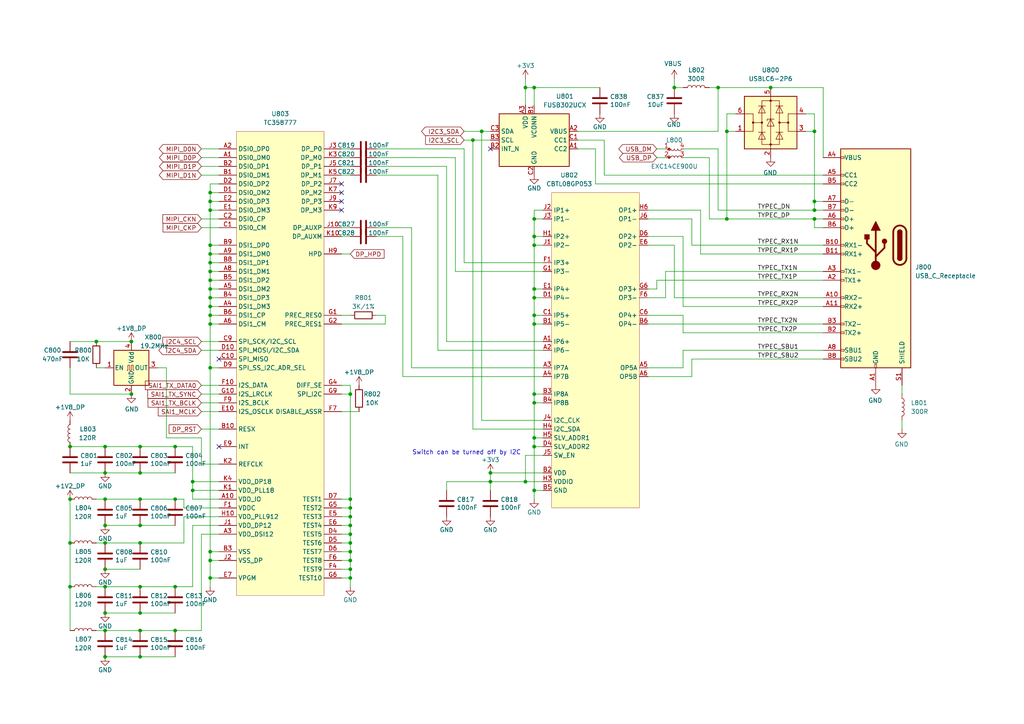
<source format=kicad_sch>
(kicad_sch (version 20210126) (generator eeschema)
  (paper "A4")
  (title_block (title "Fobu") (date "2021-02-17") (rev "0.3") (company "Wenting Zhang") (comment 1 "zephray@outlook.com"))
  (lib_symbols
    (symbol "Connector:USB_C_Receptacle" (pin_names (offset 1.016))
      (property "Reference" "J" (at -10.16 29.21 0))
      (property "Value" "USB_C_Receptacle" (at 10.16 29.21 0))
      (symbol "USB_C_Receptacle_1_1"
        (pin passive line (at 0 -40.64 90) (length 5.08) (name "GND") (number "A1"))
        (pin bidirectional line (at 15.24 -15.24 180) (length 5.08) (name "RX2-") (number "A10"))
        (pin bidirectional line (at 15.24 -17.78 180) (length 5.08) (name "RX2+") (number "A11"))
        (pin passive line (at 0 -40.64 90) (length 5.08) hide (name "GND") (number "A12"))
        (pin bidirectional line (at 15.24 -10.16 180) (length 5.08) (name "TX1+") (number "A2"))
        (pin bidirectional line (at 15.24 -7.62 180) (length 5.08) (name "TX1-") (number "A3"))
        (pin passive line (at 15.24 25.4 180) (length 5.08) (name "VBUS") (number "A4"))
        (pin bidirectional line (at 15.24 20.32 180) (length 5.08) (name "CC1") (number "A5"))
        (pin bidirectional line (at 15.24 7.62 180) (length 5.08) (name "D+") (number "A6"))
        (pin bidirectional line (at 15.24 12.7 180) (length 5.08) (name "D-") (number "A7"))
        (pin bidirectional line (at 15.24 -30.48 180) (length 5.08) (name "SBU1") (number "A8"))
        (pin passive line (at 15.24 25.4 180) (length 5.08) hide (name "VBUS") (number "A9"))
        (pin passive line (at 0 -40.64 90) (length 5.08) hide (name "GND") (number "B1"))
        (pin bidirectional line (at 15.24 0 180) (length 5.08) (name "RX1-") (number "B10"))
        (pin bidirectional line (at 15.24 -2.54 180) (length 5.08) (name "RX1+") (number "B11"))
        (pin passive line (at 0 -40.64 90) (length 5.08) hide (name "GND") (number "B12"))
        (pin bidirectional line (at 15.24 -25.4 180) (length 5.08) (name "TX2+") (number "B2"))
        (pin bidirectional line (at 15.24 -22.86 180) (length 5.08) (name "TX2-") (number "B3"))
        (pin passive line (at 15.24 25.4 180) (length 5.08) hide (name "VBUS") (number "B4"))
        (pin bidirectional line (at 15.24 17.78 180) (length 5.08) (name "CC2") (number "B5"))
        (pin bidirectional line (at 15.24 5.08 180) (length 5.08) (name "D+") (number "B6"))
        (pin bidirectional line (at 15.24 10.16 180) (length 5.08) (name "D-") (number "B7"))
        (pin bidirectional line (at 15.24 -33.02 180) (length 5.08) (name "SBU2") (number "B8"))
        (pin passive line (at 15.24 25.4 180) (length 5.08) hide (name "VBUS") (number "B9"))
        (pin passive line (at -7.62 -40.64 90) (length 5.08) (name "SHIELD") (number "S1"))
      )
    )
    (symbol "Device:C" (pin_numbers hide) (pin_names (offset 0.254))
      (property "Reference" "C" (at 0.635 2.54 0))
      (property "Value" "C" (at 0.635 -2.54 0))
      (symbol "C_1_1"
        (pin passive line (at 0 3.81 270) (length 2.794) (name "~") (number "1"))
        (pin passive line (at 0 -3.81 90) (length 2.794) (name "~") (number "2"))
      )
    )
    (symbol "Device:L" (pin_numbers hide) (pin_names (offset 1.016) hide)
      (property "Reference" "L" (at -1.27 0 90))
      (property "Value" "L" (at 1.905 0 90))
      (symbol "L_1_1"
        (pin passive line (at 0 3.81 270) (length 1.27) (name "1") (number "1"))
        (pin passive line (at 0 -3.81 90) (length 1.27) (name "2") (number "2"))
      )
    )
    (symbol "Device:L_Coupled_Small_1423" (pin_names (offset 0.254) hide)
      (property "Reference" "L" (at 0 3.175 0))
      (property "Value" "L_Coupled_Small_1423" (at 0 -3.175 0))
      (symbol "L_Coupled_Small_1423_1_1"
        (pin passive line (at -2.54 1.27 0) (length 0.508) (name "1") (number "1"))
        (pin passive line (at -2.54 -1.27 0) (length 0.508) (name "2") (number "2"))
        (pin passive line (at 2.54 -1.27 180) (length 0.508) (name "3") (number "3"))
        (pin passive line (at 2.54 1.27 180) (length 0.508) (name "4") (number "4"))
      )
    )
    (symbol "Device:R" (pin_numbers hide) (pin_names (offset 0))
      (property "Reference" "R" (at 2.032 0 90))
      (property "Value" "R" (at 0 0 90))
      (symbol "R_1_1"
        (pin passive line (at 0 3.81 270) (length 1.27) (name "~") (number "1"))
        (pin passive line (at 0 -3.81 90) (length 1.27) (name "~") (number "2"))
      )
    )
    (symbol "Oscillator:ASE-xxxMHz" (pin_names (offset 0.254))
      (property "Reference" "X" (at -5.08 6.35 0))
      (property "Value" "ASE-xxxMHz" (at 1.27 -6.35 0))
      (symbol "ASE-xxxMHz_1_1"
        (pin input line (at -7.62 0 0) (length 2.54) (name "EN") (number "1"))
        (pin power_in line (at 0 -7.62 90) (length 2.54) (name "GND") (number "2"))
        (pin output line (at 7.62 0 180) (length 2.54) (name "OUT") (number "3"))
        (pin power_in line (at 0 7.62 270) (length 2.54) (name "Vdd") (number "4"))
      )
    )
    (symbol "Power_Protection:USBLC6-2P6" (pin_names hide)
      (property "Reference" "U" (at 2.54 8.89 0))
      (property "Value" "USBLC6-2P6" (at 2.54 -8.89 0))
      (symbol "USBLC6-2P6_1_1"
        (pin passive line (at -10.16 -2.54 0) (length 2.54) (name "I/O1") (number "1"))
        (pin passive line (at 0 -10.16 90) (length 2.54) (name "GND") (number "2"))
        (pin passive line (at 10.16 -2.54 180) (length 2.54) (name "I/O2") (number "3"))
        (pin passive line (at 10.16 2.54 180) (length 2.54) (name "I/O2") (number "4"))
        (pin passive line (at 0 10.16 270) (length 2.54) (name "VBUS") (number "5"))
        (pin passive line (at -10.16 2.54 0) (length 2.54) (name "I/O1") (number "6"))
      )
    )
    (symbol "power:+3V3" (power) (pin_names (offset 0))
      (property "Value" "+3V3" (at 0 3.556 0))
      (symbol "+3V3_1_1"
        (pin power_in line (at 0 0 90) (length 0) hide (name "+3V3") (number "1"))
      )
    )
    (symbol "power:GND" (power) (pin_names (offset 0))
      (property "Value" "GND" (at 0 -3.81 0))
      (symbol "GND_1_1"
        (pin power_in line (at 0 0 270) (length 0) hide (name "GND") (number "1"))
      )
    )
    (symbol "power:VBUS" (power) (pin_names (offset 0))
      (property "Value" "VBUS" (at 0 3.81 0))
      (symbol "VBUS_1_1"
        (pin power_in line (at 0 0 90) (length 0) hide (name "VBUS") (number "1"))
      )
    )
    (symbol "symbols:+1V2_DP" (power) (pin_names (offset 0))
      (property "Value" "+1V2_DP" (at 0 3.556 0))
      (symbol "+1V2_DP_1_1"
        (pin power_in line (at 0 0 90) (length 0) hide (name "+1V2_DP") (number "1"))
      )
    )
    (symbol "symbols:+1V8_DP" (power) (pin_names (offset 0))
      (property "Value" "+1V8_DP" (at 0 3.556 0))
      (symbol "+1V8_DP_1_1"
        (pin power_in line (at 0 0 90) (length 0) hide (name "+1V8_DP") (number "1"))
      )
    )
    (symbol "symbols:CBTL08GP053"
      (property "Reference" "U" (at 0 0 0))
      (property "Value" "CBTL08GP053" (at 0 -2.54 0))
      (symbol "CBTL08GP053_1_1"
        (pin input line (at -15.24 -10.16 0) (length 2.54) (name "IP1+") (number "J2"))
        (pin input line (at -15.24 -12.7 0) (length 2.54) (name "IP1-") (number "J3"))
        (pin input line (at -15.24 -17.78 0) (length 2.54) (name "IP2+") (number "H1"))
        (pin input line (at -15.24 -20.32 0) (length 2.54) (name "IP2-") (number "J1"))
        (pin input line (at -15.24 -25.4 0) (length 2.54) (name "IP3+") (number "F1"))
        (pin input line (at -15.24 -27.94 0) (length 2.54) (name "IP3-") (number "G1"))
        (pin input line (at -15.24 -33.02 0) (length 2.54) (name "IP4+") (number "E1"))
        (pin input line (at -15.24 -35.56 0) (length 2.54) (name "IP4-") (number "D1"))
        (pin input line (at -15.24 -40.64 0) (length 2.54) (name "IP5+") (number "C1"))
        (pin input line (at -15.24 -43.18 0) (length 2.54) (name "IP5-") (number "B1"))
        (pin input line (at -15.24 -48.26 0) (length 2.54) (name "IP6+") (number "A1"))
        (pin input line (at -15.24 -50.8 0) (length 2.54) (name "IP6-") (number "A2"))
        (pin input line (at 15.24 -10.16 180) (length 2.54) (name "OP1+") (number "H6"))
        (pin input line (at 15.24 -12.7 180) (length 2.54) (name "OP1-") (number "J6"))
        (pin input line (at 15.24 -17.78 180) (length 2.54) (name "OP2+") (number "D6"))
        (pin input line (at 15.24 -20.32 180) (length 2.54) (name "OP2-") (number "E6"))
        (pin input line (at 15.24 -33.02 180) (length 2.54) (name "OP3+") (number "G6"))
        (pin input line (at 15.24 -35.56 180) (length 2.54) (name "OP3-") (number "F6"))
        (pin input line (at 15.24 -40.64 180) (length 2.54) (name "OP4+") (number "C6"))
        (pin input line (at 15.24 -43.18 180) (length 2.54) (name "OP4-") (number "B6"))
        (pin input line (at -15.24 -55.88 0) (length 2.54) (name "IP7A") (number "A3"))
        (pin input line (at -15.24 -58.42 0) (length 2.54) (name "IP7B") (number "A4"))
        (pin input line (at -15.24 -63.5 0) (length 2.54) (name "IP8A") (number "B3"))
        (pin input line (at -15.24 -66.04 0) (length 2.54) (name "IP8B") (number "B4"))
        (pin input line (at 15.24 -55.88 180) (length 2.54) (name "OP5A") (number "A5"))
        (pin input line (at 15.24 -58.42 180) (length 2.54) (name "OP5B") (number "A6"))
        (pin input line (at -15.24 -71.12 0) (length 2.54) (name "I2C_CLK") (number "J4"))
        (pin input line (at -15.24 -73.66 0) (length 2.54) (name "I2C_SDA") (number "H4"))
        (pin input line (at -15.24 -76.2 0) (length 2.54) (name "SLV_ADDR1") (number "H5"))
        (pin input line (at -15.24 -78.74 0) (length 2.54) (name "SLV_ADDR2") (number "D4"))
        (pin input line (at -15.24 -81.28 0) (length 2.54) (name "SW_EN") (number "J5"))
        (pin input line (at -15.24 -86.36 0) (length 2.54) (name "VDD") (number "B2"))
        (pin input line (at -15.24 -88.9 0) (length 2.54) (name "VDDIO") (number "H3"))
        (pin input line (at -15.24 -91.44 0) (length 2.54) (name "GND") (number "B5"))
        (pin input line (at -15.24 -86.36 0) (length 2.54) hide (name "VDD") (number "E3"))
        (pin input line (at -15.24 -88.9 0) (length 2.54) hide (name "VDDIO") (number "E4"))
        (pin input line (at -15.24 -91.44 0) (length 2.54) hide (name "GND") (number "D3"))
        (pin input line (at -15.24 -91.44 0) (length 2.54) hide (name "GND") (number "F3"))
        (pin input line (at -15.24 -91.44 0) (length 2.54) hide (name "GND") (number "F4"))
        (pin input line (at -15.24 -91.44 0) (length 2.54) hide (name "GND") (number "H2"))
      )
    )
    (symbol "symbols:FUSB302UCX"
      (property "Reference" "U" (at -10.16 8.89 0))
      (property "Value" "FUSB302UCX" (at 3.81 8.89 0))
      (symbol "FUSB302UCX_1_1"
        (pin bidirectional line (at 12.7 -2.54 180) (length 2.54) (name "CC2") (number "A1"))
        (pin bidirectional line (at 12.7 0 180) (length 2.54) (name "CC1") (number "C1"))
        (pin power_in line (at 0 10.16 270) (length 2.54) (name "VCONN") (number "B1"))
        (pin input line (at 12.7 2.54 180) (length 2.54) (name "VBUS") (number "A2"))
        (pin power_in line (at -2.54 10.16 270) (length 2.54) (name "VDD") (number "A3"))
        (pin open_collector line (at -12.7 -2.54 0) (length 2.54) (name "INT_N") (number "B2"))
        (pin input line (at -12.7 0 0) (length 2.54) (name "SCL") (number "B3"))
        (pin bidirectional line (at -12.7 2.54 0) (length 2.54) (name "SDA") (number "C3"))
        (pin power_in line (at 0 -10.16 90) (length 2.54) (name "GND") (number "C2"))
      )
    )
    (symbol "symbols:TC358777"
      (property "Reference" "U" (at 0 0 0))
      (property "Value" "TC358777" (at 0 -2.54 0))
      (symbol "TC358777_1_1"
        (pin input line (at -17.78 -10.16 0) (length 5.08) (name "DSI0_DP0") (number "A2"))
        (pin input line (at -17.78 -12.7 0) (length 5.08) (name "DSI0_DM0") (number "A1"))
        (pin input line (at -17.78 -17.78 0) (length 5.08) (name "DSI0_DM1") (number "B1"))
        (pin input line (at -17.78 -22.86 0) (length 5.08) (name "DSI0_DM2") (number "D1"))
        (pin input line (at -17.78 -27.94 0) (length 5.08) (name "DSI0_DM3") (number "E1"))
        (pin input line (at -17.78 -15.24 0) (length 5.08) (name "DSI0_DP1") (number "B2"))
        (pin input line (at -17.78 -20.32 0) (length 5.08) (name "DSI0_DP2") (number "D2"))
        (pin input line (at -17.78 -25.4 0) (length 5.08) (name "DSI0_DP3") (number "E2"))
        (pin input line (at -17.78 -30.48 0) (length 5.08) (name "DSI0_CP") (number "C2"))
        (pin input line (at -17.78 -33.02 0) (length 5.08) (name "DSI0_CM") (number "C1"))
        (pin input line (at -17.78 -38.1 0) (length 5.08) (name "DSI1_DP0") (number "B9"))
        (pin input line (at -17.78 -43.18 0) (length 5.08) (name "DSI1_DP1") (number "B8"))
        (pin input line (at -17.78 -48.26 0) (length 5.08) (name "DSI1_DP2") (number "B5"))
        (pin input line (at -17.78 -53.34 0) (length 5.08) (name "DSI1_DP3") (number "B4"))
        (pin input line (at -17.78 -40.64 0) (length 5.08) (name "DSI1_DM0") (number "A9"))
        (pin input line (at -17.78 -45.72 0) (length 5.08) (name "DSI1_DM1") (number "A8"))
        (pin input line (at -17.78 -50.8 0) (length 5.08) (name "DSI1_DM2") (number "A5"))
        (pin input line (at -17.78 -55.88 0) (length 5.08) (name "DSI1_DM3") (number "A4"))
        (pin input line (at -17.78 -58.42 0) (length 5.08) (name "DSI1_CP") (number "B6"))
        (pin input line (at -17.78 -60.96 0) (length 5.08) (name "DSI1_CM") (number "A6"))
        (pin input line (at -17.78 -66.04 0) (length 5.08) (name "SPI_SCK/I2C_SCL") (number "C9"))
        (pin input line (at -17.78 -68.58 0) (length 5.08) (name "SPI_MOSI/I2C_SDA") (number "D10"))
        (pin input line (at -17.78 -71.12 0) (length 5.08) (name "SPI_MISO") (number "C10"))
        (pin input line (at -17.78 -73.66 0) (length 5.08) (name "SPI_SS_I2C_ADR_SEL") (number "D9"))
        (pin input line (at -17.78 -78.74 0) (length 5.08) (name "I2S_DATA") (number "F10"))
        (pin input line (at -17.78 -81.28 0) (length 5.08) (name "I2S_LRCLK") (number "G10"))
        (pin input line (at -17.78 -83.82 0) (length 5.08) (name "I2S_BCLK") (number "F9"))
        (pin input line (at -17.78 -86.36 0) (length 5.08) (name "I2S_OSCLK") (number "E10"))
        (pin input line (at -17.78 -91.44 0) (length 5.08) (name "RESX") (number "B10"))
        (pin input line (at -17.78 -96.52 0) (length 5.08) (name "INT") (number "E9"))
        (pin input line (at -17.78 -101.6 0) (length 5.08) (name "REFCLK") (number "K2"))
        (pin input line (at -17.78 -106.68 0) (length 5.08) (name "VDD_DP18") (number "K4"))
        (pin input line (at -17.78 -106.68 0) (length 5.08) hide (name "VDD_DP18") (number "K8"))
        (pin input line (at -17.78 -109.22 0) (length 5.08) (name "VDD_PLL18") (number "K1"))
        (pin input line (at -17.78 -111.76 0) (length 5.08) (name "VDD_IO") (number "A10"))
        (pin input line (at -17.78 -114.3 0) (length 5.08) (name "VDDC") (number "F1"))
        (pin input line (at -17.78 -114.3 0) (length 5.08) hide (name "VDDC") (number "H1"))
        (pin input line (at -17.78 -116.84 0) (length 5.08) (name "VDD_PLL912") (number "H10"))
        (pin input line (at -17.78 -119.38 0) (length 5.08) (name "VDD_DP12") (number "J1"))
        (pin input line (at -17.78 -119.38 0) (length 5.08) hide (name "VDD_DP12") (number "K6"))
        (pin input line (at -17.78 -121.92 0) (length 5.08) (name "VDD_DSI12") (number "A3"))
        (pin input line (at -17.78 -121.92 0) (length 5.08) hide (name "VDD_DSI12") (number "A7"))
        (pin input line (at -17.78 -127 0) (length 5.08) (name "VSS") (number "B3"))
        (pin input line (at -17.78 -127 0) (length 5.08) hide (name "VSS") (number "B7"))
        (pin input line (at -17.78 -127 0) (length 5.08) hide (name "VSS") (number "E4"))
        (pin input line (at -17.78 -127 0) (length 5.08) hide (name "VSS") (number "F2"))
        (pin input line (at -17.78 -127 0) (length 5.08) hide (name "VSS") (number "F5"))
        (pin input line (at -17.78 -127 0) (length 5.08) hide (name "VSS") (number "G7"))
        (pin input line (at -17.78 -127 0) (length 5.08) hide (name "VSS") (number "H2"))
        (pin input line (at -17.78 -129.54 0) (length 5.08) (name "VSS_DP") (number "J2"))
        (pin input line (at -17.78 -129.54 0) (length 5.08) hide (name "VSS_DP") (number "J6"))
        (pin input line (at -17.78 -129.54 0) (length 5.08) hide (name "VSS_DP") (number "J4"))
        (pin input line (at -17.78 -129.54 0) (length 5.08) hide (name "VSS_DP") (number "J8"))
        (pin input line (at -17.78 -134.62 0) (length 5.08) (name "VPGM") (number "E7"))
        (pin input line (at 17.78 -10.16 180) (length 5.08) (name "DP_P0") (number "J3"))
        (pin input line (at 17.78 -15.24 180) (length 5.08) (name "DP_P1") (number "J5"))
        (pin input line (at 17.78 -20.32 180) (length 5.08) (name "DP_P2") (number "J7"))
        (pin input line (at 17.78 -25.4 180) (length 5.08) (name "DP_P3") (number "J9"))
        (pin input line (at 17.78 -12.7 180) (length 5.08) (name "DP_M0") (number "K3"))
        (pin input line (at 17.78 -17.78 180) (length 5.08) (name "DP_M1") (number "K5"))
        (pin input line (at 17.78 -22.86 180) (length 5.08) (name "DP_M2") (number "K7"))
        (pin input line (at 17.78 -27.94 180) (length 5.08) (name "DP_M3") (number "K9"))
        (pin input line (at 17.78 -33.02 180) (length 5.08) (name "DP_AUXP") (number "J10"))
        (pin input line (at 17.78 -35.56 180) (length 5.08) (name "DP_AUXM") (number "K10"))
        (pin input line (at 17.78 -40.64 180) (length 5.08) (name "HPD") (number "H9"))
        (pin input line (at 17.78 -58.42 180) (length 5.08) (name "PREC_RES0") (number "G1"))
        (pin input line (at 17.78 -60.96 180) (length 5.08) (name "PREC_RES1") (number "G2"))
        (pin input line (at 17.78 -78.74 180) (length 5.08) (name "DIFF_SE") (number "G4"))
        (pin input line (at 17.78 -81.28 180) (length 5.08) (name "SPI_I2C") (number "G9"))
        (pin input line (at 17.78 -86.36 180) (length 5.08) (name "DISABLE_ASSR") (number "F7"))
        (pin input line (at 17.78 -111.76 180) (length 5.08) (name "TEST1") (number "D7"))
        (pin input line (at 17.78 -114.3 180) (length 5.08) (name "TEST2") (number "G5"))
        (pin input line (at 17.78 -116.84 180) (length 5.08) (name "TEST3") (number "E5"))
        (pin input line (at 17.78 -119.38 180) (length 5.08) (name "TEST4") (number "E6"))
        (pin input line (at 17.78 -121.92 180) (length 5.08) (name "TEST5") (number "D4"))
        (pin input line (at 17.78 -124.46 180) (length 5.08) (name "TEST6") (number "D5"))
        (pin input line (at 17.78 -127 180) (length 5.08) (name "TEST7") (number "D6"))
        (pin input line (at 17.78 -129.54 180) (length 5.08) (name "TEST8") (number "F6"))
        (pin input line (at 17.78 -132.08 180) (length 5.08) (name "TEST9") (number "F4"))
        (pin input line (at 17.78 -134.62 180) (length 5.08) (name "TEST10") (number "G6"))
      )
    )
  )
  (junction (at 20.32 129.54) (diameter 0.9144))
  (junction (at 20.32 144.78) (diameter 0.9144))
  (junction (at 20.32 157.48) (diameter 0.9144))
  (junction (at 20.32 170.18) (diameter 0.9144))
  (junction (at 27.94 99.06) (diameter 0.9144))
  (junction (at 30.48 129.54) (diameter 0.9144))
  (junction (at 30.48 137.16) (diameter 0.9144))
  (junction (at 30.48 144.78) (diameter 0.9144))
  (junction (at 30.48 152.4) (diameter 0.9144))
  (junction (at 30.48 157.48) (diameter 0.9144))
  (junction (at 30.48 165.1) (diameter 0.9144))
  (junction (at 30.48 170.18) (diameter 0.9144))
  (junction (at 30.48 177.8) (diameter 0.9144))
  (junction (at 30.48 182.88) (diameter 0.9144))
  (junction (at 30.48 190.5) (diameter 0.9144))
  (junction (at 38.1 99.06) (diameter 0.9144))
  (junction (at 38.1 114.3) (diameter 0.9144))
  (junction (at 40.64 129.54) (diameter 0.9144))
  (junction (at 40.64 137.16) (diameter 0.9144))
  (junction (at 40.64 144.78) (diameter 0.9144))
  (junction (at 40.64 152.4) (diameter 0.9144))
  (junction (at 40.64 157.48) (diameter 0.9144))
  (junction (at 40.64 170.18) (diameter 0.9144))
  (junction (at 40.64 177.8) (diameter 0.9144))
  (junction (at 40.64 182.88) (diameter 0.9144))
  (junction (at 40.64 190.5) (diameter 0.9144))
  (junction (at 50.8 129.54) (diameter 0.9144))
  (junction (at 50.8 144.78) (diameter 0.9144))
  (junction (at 50.8 170.18) (diameter 0.9144))
  (junction (at 50.8 182.88) (diameter 0.9144))
  (junction (at 55.88 139.7) (diameter 0.9144))
  (junction (at 55.88 142.24) (diameter 0.9144))
  (junction (at 60.96 55.88) (diameter 0.9144))
  (junction (at 60.96 58.42) (diameter 0.9144))
  (junction (at 60.96 60.96) (diameter 0.9144))
  (junction (at 60.96 71.12) (diameter 0.9144))
  (junction (at 60.96 73.66) (diameter 0.9144))
  (junction (at 60.96 76.2) (diameter 0.9144))
  (junction (at 60.96 78.74) (diameter 0.9144))
  (junction (at 60.96 81.28) (diameter 0.9144))
  (junction (at 60.96 83.82) (diameter 0.9144))
  (junction (at 60.96 86.36) (diameter 0.9144))
  (junction (at 60.96 88.9) (diameter 0.9144))
  (junction (at 60.96 91.44) (diameter 0.9144))
  (junction (at 60.96 93.98) (diameter 0.9144))
  (junction (at 60.96 106.68) (diameter 0.9144))
  (junction (at 60.96 160.02) (diameter 0.9144))
  (junction (at 60.96 162.56) (diameter 0.9144))
  (junction (at 60.96 167.64) (diameter 0.9144))
  (junction (at 101.6 114.3) (diameter 0.9144))
  (junction (at 101.6 144.78) (diameter 0.9144))
  (junction (at 101.6 147.32) (diameter 0.9144))
  (junction (at 101.6 149.86) (diameter 0.9144))
  (junction (at 101.6 152.4) (diameter 0.9144))
  (junction (at 101.6 154.94) (diameter 0.9144))
  (junction (at 101.6 157.48) (diameter 0.9144))
  (junction (at 101.6 160.02) (diameter 0.9144))
  (junction (at 101.6 162.56) (diameter 0.9144))
  (junction (at 101.6 165.1) (diameter 0.9144))
  (junction (at 101.6 167.64) (diameter 0.9144))
  (junction (at 137.16 40.64) (diameter 0.9144))
  (junction (at 139.7 38.1) (diameter 0.9144))
  (junction (at 142.24 137.16) (diameter 0.9144))
  (junction (at 142.24 139.7) (diameter 0.9144))
  (junction (at 152.4 25.4) (diameter 0.9144))
  (junction (at 152.4 139.7) (diameter 0.9144))
  (junction (at 154.94 25.4) (diameter 0.9144))
  (junction (at 154.94 63.5) (diameter 0.9144))
  (junction (at 154.94 68.58) (diameter 0.9144))
  (junction (at 154.94 71.12) (diameter 0.9144))
  (junction (at 154.94 83.82) (diameter 0.9144))
  (junction (at 154.94 86.36) (diameter 0.9144))
  (junction (at 154.94 91.44) (diameter 0.9144))
  (junction (at 154.94 93.98) (diameter 0.9144))
  (junction (at 154.94 114.3) (diameter 0.9144))
  (junction (at 154.94 116.84) (diameter 0.9144))
  (junction (at 154.94 127) (diameter 0.9144))
  (junction (at 154.94 129.54) (diameter 0.9144))
  (junction (at 154.94 142.24) (diameter 0.9144))
  (junction (at 195.58 25.4) (diameter 0.9144))
  (junction (at 208.28 25.4) (diameter 0.9144))
  (junction (at 210.82 38.1) (diameter 0.9144))
  (junction (at 210.82 63.5) (diameter 0.9144))
  (junction (at 223.52 25.4) (diameter 0.9144))
  (junction (at 236.22 38.1) (diameter 0.9144))
  (junction (at 236.22 58.42) (diameter 0.9144))
  (junction (at 236.22 60.96) (diameter 0.9144))
  (junction (at 236.22 63.5) (diameter 0.9144))
  (no_connect (at 63.5 104.14))
  (no_connect (at 63.5 129.54))
  (no_connect (at 99.06 53.34))
  (no_connect (at 99.06 55.88))
  (no_connect (at 99.06 58.42))
  (no_connect (at 99.06 60.96))
  (no_connect (at 142.24 43.18))
  (wire (pts (xy 20.32 99.06) (xy 27.94 99.06)))
  (wire (pts (xy 20.32 106.68) (xy 20.32 114.3)))
  (wire (pts (xy 20.32 114.3) (xy 38.1 114.3)))
  (wire (pts (xy 20.32 129.54) (xy 30.48 129.54)))
  (wire (pts (xy 20.32 137.16) (xy 30.48 137.16)))
  (wire (pts (xy 20.32 144.78) (xy 20.32 157.48)))
  (wire (pts (xy 20.32 157.48) (xy 20.32 170.18)))
  (wire (pts (xy 20.32 170.18) (xy 20.32 182.88)))
  (wire (pts (xy 27.94 99.06) (xy 38.1 99.06)))
  (wire (pts (xy 27.94 106.68) (xy 30.48 106.68)))
  (wire (pts (xy 27.94 144.78) (xy 30.48 144.78)))
  (wire (pts (xy 27.94 157.48) (xy 30.48 157.48)))
  (wire (pts (xy 27.94 170.18) (xy 30.48 170.18)))
  (wire (pts (xy 27.94 182.88) (xy 30.48 182.88)))
  (wire (pts (xy 30.48 129.54) (xy 40.64 129.54)))
  (wire (pts (xy 30.48 137.16) (xy 40.64 137.16)))
  (wire (pts (xy 30.48 144.78) (xy 40.64 144.78)))
  (wire (pts (xy 30.48 152.4) (xy 40.64 152.4)))
  (wire (pts (xy 30.48 157.48) (xy 40.64 157.48)))
  (wire (pts (xy 30.48 165.1) (xy 40.64 165.1)))
  (wire (pts (xy 30.48 170.18) (xy 40.64 170.18)))
  (wire (pts (xy 30.48 177.8) (xy 40.64 177.8)))
  (wire (pts (xy 30.48 182.88) (xy 40.64 182.88)))
  (wire (pts (xy 30.48 190.5) (xy 40.64 190.5)))
  (wire (pts (xy 40.64 129.54) (xy 50.8 129.54)))
  (wire (pts (xy 40.64 137.16) (xy 50.8 137.16)))
  (wire (pts (xy 40.64 144.78) (xy 50.8 144.78)))
  (wire (pts (xy 40.64 152.4) (xy 50.8 152.4)))
  (wire (pts (xy 40.64 157.48) (xy 53.34 157.48)))
  (wire (pts (xy 40.64 170.18) (xy 50.8 170.18)))
  (wire (pts (xy 40.64 177.8) (xy 50.8 177.8)))
  (wire (pts (xy 40.64 182.88) (xy 50.8 182.88)))
  (wire (pts (xy 40.64 190.5) (xy 50.8 190.5)))
  (wire (pts (xy 45.72 106.68) (xy 48.26 106.68)))
  (wire (pts (xy 48.26 106.68) (xy 48.26 127)))
  (wire (pts (xy 48.26 127) (xy 58.42 127)))
  (wire (pts (xy 53.34 144.78) (xy 50.8 144.78)))
  (wire (pts (xy 53.34 147.32) (xy 53.34 144.78)))
  (wire (pts (xy 53.34 147.32) (xy 63.5 147.32)))
  (wire (pts (xy 53.34 149.86) (xy 53.34 157.48)))
  (wire (pts (xy 53.34 149.86) (xy 63.5 149.86)))
  (wire (pts (xy 55.88 129.54) (xy 50.8 129.54)))
  (wire (pts (xy 55.88 129.54) (xy 55.88 139.7)))
  (wire (pts (xy 55.88 139.7) (xy 55.88 142.24)))
  (wire (pts (xy 55.88 139.7) (xy 63.5 139.7)))
  (wire (pts (xy 55.88 142.24) (xy 55.88 144.78)))
  (wire (pts (xy 55.88 142.24) (xy 63.5 142.24)))
  (wire (pts (xy 55.88 144.78) (xy 63.5 144.78)))
  (wire (pts (xy 55.88 152.4) (xy 55.88 170.18)))
  (wire (pts (xy 55.88 152.4) (xy 63.5 152.4)))
  (wire (pts (xy 55.88 170.18) (xy 50.8 170.18)))
  (wire (pts (xy 58.42 43.18) (xy 63.5 43.18)))
  (wire (pts (xy 58.42 45.72) (xy 63.5 45.72)))
  (wire (pts (xy 58.42 48.26) (xy 63.5 48.26)))
  (wire (pts (xy 58.42 50.8) (xy 63.5 50.8)))
  (wire (pts (xy 58.42 63.5) (xy 63.5 63.5)))
  (wire (pts (xy 58.42 66.04) (xy 63.5 66.04)))
  (wire (pts (xy 58.42 99.06) (xy 63.5 99.06)))
  (wire (pts (xy 58.42 101.6) (xy 63.5 101.6)))
  (wire (pts (xy 58.42 111.76) (xy 63.5 111.76)))
  (wire (pts (xy 58.42 114.3) (xy 63.5 114.3)))
  (wire (pts (xy 58.42 116.84) (xy 63.5 116.84)))
  (wire (pts (xy 58.42 119.38) (xy 63.5 119.38)))
  (wire (pts (xy 58.42 124.46) (xy 63.5 124.46)))
  (wire (pts (xy 58.42 127) (xy 58.42 134.62)))
  (wire (pts (xy 58.42 134.62) (xy 63.5 134.62)))
  (wire (pts (xy 58.42 154.94) (xy 58.42 182.88)))
  (wire (pts (xy 58.42 182.88) (xy 50.8 182.88)))
  (wire (pts (xy 60.96 53.34) (xy 60.96 55.88)))
  (wire (pts (xy 60.96 55.88) (xy 60.96 58.42)))
  (wire (pts (xy 60.96 55.88) (xy 63.5 55.88)))
  (wire (pts (xy 60.96 58.42) (xy 60.96 60.96)))
  (wire (pts (xy 60.96 58.42) (xy 63.5 58.42)))
  (wire (pts (xy 60.96 60.96) (xy 60.96 71.12)))
  (wire (pts (xy 60.96 60.96) (xy 63.5 60.96)))
  (wire (pts (xy 60.96 71.12) (xy 60.96 73.66)))
  (wire (pts (xy 60.96 71.12) (xy 63.5 71.12)))
  (wire (pts (xy 60.96 73.66) (xy 60.96 76.2)))
  (wire (pts (xy 60.96 73.66) (xy 63.5 73.66)))
  (wire (pts (xy 60.96 76.2) (xy 60.96 78.74)))
  (wire (pts (xy 60.96 76.2) (xy 63.5 76.2)))
  (wire (pts (xy 60.96 78.74) (xy 60.96 81.28)))
  (wire (pts (xy 60.96 78.74) (xy 63.5 78.74)))
  (wire (pts (xy 60.96 81.28) (xy 60.96 83.82)))
  (wire (pts (xy 60.96 81.28) (xy 63.5 81.28)))
  (wire (pts (xy 60.96 83.82) (xy 60.96 86.36)))
  (wire (pts (xy 60.96 83.82) (xy 63.5 83.82)))
  (wire (pts (xy 60.96 86.36) (xy 60.96 88.9)))
  (wire (pts (xy 60.96 86.36) (xy 63.5 86.36)))
  (wire (pts (xy 60.96 88.9) (xy 60.96 91.44)))
  (wire (pts (xy 60.96 88.9) (xy 63.5 88.9)))
  (wire (pts (xy 60.96 91.44) (xy 60.96 93.98)))
  (wire (pts (xy 60.96 91.44) (xy 63.5 91.44)))
  (wire (pts (xy 60.96 93.98) (xy 60.96 106.68)))
  (wire (pts (xy 60.96 93.98) (xy 63.5 93.98)))
  (wire (pts (xy 60.96 106.68) (xy 60.96 160.02)))
  (wire (pts (xy 60.96 106.68) (xy 63.5 106.68)))
  (wire (pts (xy 60.96 160.02) (xy 60.96 162.56)))
  (wire (pts (xy 60.96 160.02) (xy 63.5 160.02)))
  (wire (pts (xy 60.96 162.56) (xy 60.96 167.64)))
  (wire (pts (xy 60.96 162.56) (xy 63.5 162.56)))
  (wire (pts (xy 60.96 167.64) (xy 60.96 170.18)))
  (wire (pts (xy 60.96 167.64) (xy 63.5 167.64)))
  (wire (pts (xy 63.5 53.34) (xy 60.96 53.34)))
  (wire (pts (xy 63.5 154.94) (xy 58.42 154.94)))
  (wire (pts (xy 99.06 43.18) (xy 101.6 43.18)))
  (wire (pts (xy 99.06 45.72) (xy 101.6 45.72)))
  (wire (pts (xy 99.06 48.26) (xy 101.6 48.26)))
  (wire (pts (xy 99.06 50.8) (xy 101.6 50.8)))
  (wire (pts (xy 99.06 66.04) (xy 101.6 66.04)))
  (wire (pts (xy 99.06 68.58) (xy 101.6 68.58)))
  (wire (pts (xy 99.06 73.66) (xy 101.6 73.66)))
  (wire (pts (xy 99.06 91.44) (xy 101.6 91.44)))
  (wire (pts (xy 99.06 93.98) (xy 111.76 93.98)))
  (wire (pts (xy 99.06 111.76) (xy 101.6 111.76)))
  (wire (pts (xy 99.06 114.3) (xy 101.6 114.3)))
  (wire (pts (xy 99.06 119.38) (xy 104.14 119.38)))
  (wire (pts (xy 99.06 144.78) (xy 101.6 144.78)))
  (wire (pts (xy 99.06 147.32) (xy 101.6 147.32)))
  (wire (pts (xy 99.06 149.86) (xy 101.6 149.86)))
  (wire (pts (xy 99.06 152.4) (xy 101.6 152.4)))
  (wire (pts (xy 99.06 154.94) (xy 101.6 154.94)))
  (wire (pts (xy 99.06 157.48) (xy 101.6 157.48)))
  (wire (pts (xy 99.06 160.02) (xy 101.6 160.02)))
  (wire (pts (xy 99.06 162.56) (xy 101.6 162.56)))
  (wire (pts (xy 99.06 165.1) (xy 101.6 165.1)))
  (wire (pts (xy 99.06 167.64) (xy 101.6 167.64)))
  (wire (pts (xy 101.6 111.76) (xy 101.6 114.3)))
  (wire (pts (xy 101.6 114.3) (xy 101.6 144.78)))
  (wire (pts (xy 101.6 144.78) (xy 101.6 147.32)))
  (wire (pts (xy 101.6 147.32) (xy 101.6 149.86)))
  (wire (pts (xy 101.6 149.86) (xy 101.6 152.4)))
  (wire (pts (xy 101.6 152.4) (xy 101.6 154.94)))
  (wire (pts (xy 101.6 154.94) (xy 101.6 157.48)))
  (wire (pts (xy 101.6 157.48) (xy 101.6 160.02)))
  (wire (pts (xy 101.6 160.02) (xy 101.6 162.56)))
  (wire (pts (xy 101.6 162.56) (xy 101.6 165.1)))
  (wire (pts (xy 101.6 165.1) (xy 101.6 167.64)))
  (wire (pts (xy 101.6 167.64) (xy 101.6 170.18)))
  (wire (pts (xy 109.22 43.18) (xy 134.62 43.18)))
  (wire (pts (xy 109.22 48.26) (xy 129.54 48.26)))
  (wire (pts (xy 109.22 66.04) (xy 119.38 66.04)))
  (wire (pts (xy 111.76 91.44) (xy 109.22 91.44)))
  (wire (pts (xy 111.76 93.98) (xy 111.76 91.44)))
  (wire (pts (xy 116.84 68.58) (xy 109.22 68.58)))
  (wire (pts (xy 116.84 109.22) (xy 116.84 68.58)))
  (wire (pts (xy 119.38 66.04) (xy 119.38 106.68)))
  (wire (pts (xy 119.38 106.68) (xy 157.48 106.68)))
  (wire (pts (xy 127 50.8) (xy 109.22 50.8)))
  (wire (pts (xy 127 101.6) (xy 127 50.8)))
  (wire (pts (xy 129.54 48.26) (xy 129.54 99.06)))
  (wire (pts (xy 129.54 99.06) (xy 157.48 99.06)))
  (wire (pts (xy 129.54 139.7) (xy 129.54 142.24)))
  (wire (pts (xy 129.54 139.7) (xy 142.24 139.7)))
  (wire (pts (xy 132.08 45.72) (xy 109.22 45.72)))
  (wire (pts (xy 132.08 78.74) (xy 132.08 45.72)))
  (wire (pts (xy 134.62 38.1) (xy 139.7 38.1)))
  (wire (pts (xy 134.62 40.64) (xy 137.16 40.64)))
  (wire (pts (xy 134.62 43.18) (xy 134.62 76.2)))
  (wire (pts (xy 134.62 76.2) (xy 157.48 76.2)))
  (wire (pts (xy 137.16 40.64) (xy 137.16 124.46)))
  (wire (pts (xy 137.16 40.64) (xy 142.24 40.64)))
  (wire (pts (xy 137.16 124.46) (xy 157.48 124.46)))
  (wire (pts (xy 139.7 38.1) (xy 139.7 121.92)))
  (wire (pts (xy 139.7 38.1) (xy 142.24 38.1)))
  (wire (pts (xy 139.7 121.92) (xy 157.48 121.92)))
  (wire (pts (xy 142.24 137.16) (xy 142.24 139.7)))
  (wire (pts (xy 142.24 137.16) (xy 157.48 137.16)))
  (wire (pts (xy 142.24 139.7) (xy 142.24 142.24)))
  (wire (pts (xy 142.24 139.7) (xy 152.4 139.7)))
  (wire (pts (xy 152.4 22.86) (xy 152.4 25.4)))
  (wire (pts (xy 152.4 25.4) (xy 152.4 30.48)))
  (wire (pts (xy 152.4 132.08) (xy 152.4 139.7)))
  (wire (pts (xy 152.4 139.7) (xy 157.48 139.7)))
  (wire (pts (xy 154.94 25.4) (xy 152.4 25.4)))
  (wire (pts (xy 154.94 25.4) (xy 154.94 30.48)))
  (wire (pts (xy 154.94 60.96) (xy 154.94 63.5)))
  (wire (pts (xy 154.94 63.5) (xy 154.94 68.58)))
  (wire (pts (xy 154.94 63.5) (xy 157.48 63.5)))
  (wire (pts (xy 154.94 68.58) (xy 154.94 71.12)))
  (wire (pts (xy 154.94 68.58) (xy 157.48 68.58)))
  (wire (pts (xy 154.94 71.12) (xy 154.94 83.82)))
  (wire (pts (xy 154.94 71.12) (xy 157.48 71.12)))
  (wire (pts (xy 154.94 83.82) (xy 154.94 86.36)))
  (wire (pts (xy 154.94 83.82) (xy 157.48 83.82)))
  (wire (pts (xy 154.94 86.36) (xy 154.94 91.44)))
  (wire (pts (xy 154.94 86.36) (xy 157.48 86.36)))
  (wire (pts (xy 154.94 91.44) (xy 154.94 93.98)))
  (wire (pts (xy 154.94 91.44) (xy 157.48 91.44)))
  (wire (pts (xy 154.94 93.98) (xy 154.94 114.3)))
  (wire (pts (xy 154.94 93.98) (xy 157.48 93.98)))
  (wire (pts (xy 154.94 114.3) (xy 154.94 116.84)))
  (wire (pts (xy 154.94 114.3) (xy 157.48 114.3)))
  (wire (pts (xy 154.94 116.84) (xy 154.94 127)))
  (wire (pts (xy 154.94 116.84) (xy 157.48 116.84)))
  (wire (pts (xy 154.94 127) (xy 154.94 129.54)))
  (wire (pts (xy 154.94 127) (xy 157.48 127)))
  (wire (pts (xy 154.94 129.54) (xy 154.94 142.24)))
  (wire (pts (xy 154.94 129.54) (xy 157.48 129.54)))
  (wire (pts (xy 154.94 142.24) (xy 154.94 144.78)))
  (wire (pts (xy 154.94 142.24) (xy 157.48 142.24)))
  (wire (pts (xy 157.48 60.96) (xy 154.94 60.96)))
  (wire (pts (xy 157.48 78.74) (xy 132.08 78.74)))
  (wire (pts (xy 157.48 101.6) (xy 127 101.6)))
  (wire (pts (xy 157.48 109.22) (xy 116.84 109.22)))
  (wire (pts (xy 157.48 132.08) (xy 152.4 132.08)))
  (wire (pts (xy 167.64 40.64) (xy 175.26 40.64)))
  (wire (pts (xy 172.72 43.18) (xy 167.64 43.18)))
  (wire (pts (xy 172.72 53.34) (xy 172.72 43.18)))
  (wire (pts (xy 173.99 25.4) (xy 154.94 25.4)))
  (wire (pts (xy 175.26 40.64) (xy 175.26 50.8)))
  (wire (pts (xy 175.26 50.8) (xy 238.76 50.8)))
  (wire (pts (xy 187.96 60.96) (xy 203.2 60.96)))
  (wire (pts (xy 187.96 63.5) (xy 200.66 63.5)))
  (wire (pts (xy 187.96 68.58) (xy 198.12 68.58)))
  (wire (pts (xy 187.96 71.12) (xy 195.58 71.12)))
  (wire (pts (xy 187.96 83.82) (xy 190.5 83.82)))
  (wire (pts (xy 187.96 86.36) (xy 193.04 86.36)))
  (wire (pts (xy 187.96 91.44) (xy 198.12 91.44)))
  (wire (pts (xy 187.96 93.98) (xy 238.76 93.98)))
  (wire (pts (xy 187.96 106.68) (xy 198.12 106.68)))
  (wire (pts (xy 190.5 43.18) (xy 193.04 43.18)))
  (wire (pts (xy 190.5 45.72) (xy 193.04 45.72)))
  (wire (pts (xy 190.5 81.28) (xy 238.76 81.28)))
  (wire (pts (xy 190.5 83.82) (xy 190.5 81.28)))
  (wire (pts (xy 193.04 78.74) (xy 238.76 78.74)))
  (wire (pts (xy 193.04 86.36) (xy 193.04 78.74)))
  (wire (pts (xy 195.58 22.86) (xy 195.58 25.4)))
  (wire (pts (xy 195.58 25.4) (xy 198.12 25.4)))
  (wire (pts (xy 195.58 86.36) (xy 195.58 71.12)))
  (wire (pts (xy 195.58 86.36) (xy 238.76 86.36)))
  (wire (pts (xy 198.12 43.18) (xy 208.28 43.18)))
  (wire (pts (xy 198.12 45.72) (xy 205.74 45.72)))
  (wire (pts (xy 198.12 68.58) (xy 198.12 88.9)))
  (wire (pts (xy 198.12 88.9) (xy 238.76 88.9)))
  (wire (pts (xy 198.12 91.44) (xy 198.12 96.52)))
  (wire (pts (xy 198.12 96.52) (xy 238.76 96.52)))
  (wire (pts (xy 198.12 101.6) (xy 238.76 101.6)))
  (wire (pts (xy 198.12 106.68) (xy 198.12 101.6)))
  (wire (pts (xy 200.66 71.12) (xy 200.66 63.5)))
  (wire (pts (xy 200.66 71.12) (xy 238.76 71.12)))
  (wire (pts (xy 200.66 104.14) (xy 200.66 109.22)))
  (wire (pts (xy 200.66 104.14) (xy 238.76 104.14)))
  (wire (pts (xy 200.66 109.22) (xy 187.96 109.22)))
  (wire (pts (xy 203.2 60.96) (xy 203.2 73.66)))
  (wire (pts (xy 203.2 73.66) (xy 238.76 73.66)))
  (wire (pts (xy 205.74 25.4) (xy 208.28 25.4)))
  (wire (pts (xy 205.74 45.72) (xy 205.74 63.5)))
  (wire (pts (xy 205.74 63.5) (xy 210.82 63.5)))
  (wire (pts (xy 208.28 25.4) (xy 208.28 38.1)))
  (wire (pts (xy 208.28 38.1) (xy 167.64 38.1)))
  (wire (pts (xy 208.28 43.18) (xy 208.28 60.96)))
  (wire (pts (xy 208.28 60.96) (xy 236.22 60.96)))
  (wire (pts (xy 210.82 33.02) (xy 210.82 38.1)))
  (wire (pts (xy 210.82 38.1) (xy 210.82 63.5)))
  (wire (pts (xy 210.82 63.5) (xy 236.22 63.5)))
  (wire (pts (xy 213.36 33.02) (xy 210.82 33.02)))
  (wire (pts (xy 213.36 38.1) (xy 210.82 38.1)))
  (wire (pts (xy 223.52 25.4) (xy 208.28 25.4)))
  (wire (pts (xy 233.68 33.02) (xy 236.22 33.02)))
  (wire (pts (xy 233.68 38.1) (xy 236.22 38.1)))
  (wire (pts (xy 236.22 33.02) (xy 236.22 38.1)))
  (wire (pts (xy 236.22 38.1) (xy 236.22 58.42)))
  (wire (pts (xy 236.22 58.42) (xy 236.22 60.96)))
  (wire (pts (xy 236.22 60.96) (xy 238.76 60.96)))
  (wire (pts (xy 236.22 63.5) (xy 238.76 63.5)))
  (wire (pts (xy 236.22 66.04) (xy 236.22 63.5)))
  (wire (pts (xy 238.76 25.4) (xy 223.52 25.4)))
  (wire (pts (xy 238.76 45.72) (xy 238.76 25.4)))
  (wire (pts (xy 238.76 53.34) (xy 172.72 53.34)))
  (wire (pts (xy 238.76 58.42) (xy 236.22 58.42)))
  (wire (pts (xy 238.76 66.04) (xy 236.22 66.04)))
  (wire (pts (xy 261.62 111.76) (xy 261.62 114.3)))
  (wire (pts (xy 261.62 121.92) (xy 261.62 124.46)))
  (text "Switch can be turned off by I2C" (at 151.13 132.08 180) (effects (font (size 1.27 1.27)) (justify right bottom)))
  (label "TYPEC_DN" (at 219.71 60.96 0))
  (label "TYPEC_DP" (at 219.71 63.5 0))
  (label "TYPEC_RX1N" (at 219.71 71.12 0))
  (label "TYPEC_RX1P" (at 219.71 73.66 0))
  (label "TYPEC_TX1N" (at 219.71 78.74 0))
  (label "TYPEC_TX1P" (at 219.71 81.28 0))
  (label "TYPEC_RX2N" (at 219.71 86.36 0))
  (label "TYPEC_RX2P" (at 219.71 88.9 0))
  (label "TYPEC_TX2N" (at 219.71 93.98 0))
  (label "TYPEC_TX2P" (at 219.71 96.52 0))
  (label "TYPEC_SBU1" (at 219.71 101.6 0))
  (label "TYPEC_SBU2" (at 219.71 104.14 0))
  (global_label "MIPI_D0N" (shape bidirectional) (at 58.42 43.18 180) (property "Intersheet References" "${INTERSHEET_REFS}" (effects hide)))
  (global_label "MIPI_D0P" (shape bidirectional) (at 58.42 45.72 180) (property "Intersheet References" "${INTERSHEET_REFS}" (effects hide)))
  (global_label "MIPI_D1P" (shape bidirectional) (at 58.42 48.26 180) (property "Intersheet References" "${INTERSHEET_REFS}" (effects hide)))
  (global_label "MIPI_D1N" (shape bidirectional) (at 58.42 50.8 180) (property "Intersheet References" "${INTERSHEET_REFS}" (effects hide)))
  (global_label "MIPI_CKN" (shape input) (at 58.42 63.5 180) (property "Intersheet References" "${INTERSHEET_REFS}" (effects hide)))
  (global_label "MIPI_CKP" (shape input) (at 58.42 66.04 180) (property "Intersheet References" "${INTERSHEET_REFS}" (effects hide)))
  (global_label "I2C4_SCL" (shape input) (at 58.42 99.06 180) (property "Intersheet References" "${INTERSHEET_REFS}" (effects hide)))
  (global_label "I2C4_SDA" (shape bidirectional) (at 58.42 101.6 180) (property "Intersheet References" "${INTERSHEET_REFS}" (effects hide)))
  (global_label "SAI1_TX_DATA0" (shape input) (at 58.42 111.76 180) (property "Intersheet References" "${INTERSHEET_REFS}" (effects hide)))
  (global_label "SAI1_TX_SYNC" (shape input) (at 58.42 114.3 180) (property "Intersheet References" "${INTERSHEET_REFS}" (effects hide)))
  (global_label "SAI1_TX_BCLK" (shape input) (at 58.42 116.84 180) (property "Intersheet References" "${INTERSHEET_REFS}" (effects hide)))
  (global_label "SAI1_MCLK" (shape input) (at 58.42 119.38 180) (property "Intersheet References" "${INTERSHEET_REFS}" (effects hide)))
  (global_label "DP_RST" (shape input) (at 58.42 124.46 180) (property "Intersheet References" "${INTERSHEET_REFS}" (effects hide)))
  (global_label "DP_HPD" (shape input) (at 101.6 73.66 0) (property "Intersheet References" "${INTERSHEET_REFS}" (effects hide)))
  (global_label "I2C3_SDA" (shape bidirectional) (at 134.62 38.1 180) (property "Intersheet References" "${INTERSHEET_REFS}" (effects hide)))
  (global_label "I2C3_SCL" (shape input) (at 134.62 40.64 180) (property "Intersheet References" "${INTERSHEET_REFS}" (effects hide)))
  (global_label "USB_DM" (shape bidirectional) (at 190.5 43.18 180) (property "Intersheet References" "${INTERSHEET_REFS}" (effects hide)))
  (global_label "USB_DP" (shape bidirectional) (at 190.5 45.72 180) (property "Intersheet References" "${INTERSHEET_REFS}" (effects hide)))
  (symbol (lib_id "symbols:+1V8_DP") (at 20.32 121.92 0) (unit 1)
    (property "Reference" "#PWR0254" (effects hide))
    (property "Value" "+1V8_DP" (at 20.32 118.11 0))
  )
  (symbol (lib_id "symbols:+1V2_DP") (at 20.32 144.78 0) (unit 1)
    (property "Reference" "#PWR0256" (effects hide))
    (property "Value" "+1V2_DP" (at 20.32 140.97 0))
  )
  (symbol (lib_id "symbols:+1V8_DP") (at 38.1 99.06 0) (unit 1)
    (property "Reference" "#PWR0259" (effects hide))
    (property "Value" "+1V8_DP" (at 38.1 95.25 0))
  )
  (symbol (lib_id "symbols:+1V8_DP") (at 104.14 111.76 0) (unit 1)
    (property "Reference" "#PWR0258" (effects hide))
    (property "Value" "+1V8_DP" (at 104.14 107.95 0))
  )
  (symbol (lib_id "power:+3V3") (at 142.24 137.16 0) (unit 1)
    (property "Reference" "#PWR0265" (effects hide))
    (property "Value" "+3V3" (at 142.24 133.35 0))
  )
  (symbol (lib_id "power:+3V3") (at 152.4 22.86 0) (unit 1)
    (property "Reference" "#PWR0266" (effects hide))
    (property "Value" "+3V3" (at 152.4 19.05 0))
  )
  (symbol (lib_id "power:VBUS") (at 195.58 22.86 0) (mirror y) (unit 1)
    (property "Reference" "#PWR0295" (effects hide))
    (property "Value" "VBUS" (at 195.199 18.4658 0))
  )
  (symbol (lib_id "Device:L") (at 20.32 125.73 180) (unit 1)
    (property "Reference" "L803" (at 27.94 124.46 0) (effects (justify left)))
    (property "Value" "120R" (at 27.94 127 0) (effects (justify left)))
    (property "Footprint" "Inductor_SMD:L_0402_1005Metric" (effects hide))
  )
  (symbol (lib_id "Device:L") (at 24.13 144.78 90) (unit 1)
    (property "Reference" "L804" (at 26.67 147.32 90) (effects (justify left)))
    (property "Value" "120R" (at 26.67 149.86 90) (effects (justify left)))
    (property "Footprint" "Inductor_SMD:L_0402_1005Metric" (effects hide))
  )
  (symbol (lib_id "Device:L") (at 24.13 157.48 90) (unit 1)
    (property "Reference" "L805" (at 26.67 160.02 90) (effects (justify left)))
    (property "Value" "120R" (at 26.67 162.56 90) (effects (justify left)))
    (property "Footprint" "Inductor_SMD:L_0402_1005Metric" (effects hide))
  )
  (symbol (lib_id "Device:L") (at 24.13 170.18 90) (unit 1)
    (property "Reference" "L806" (at 26.67 172.72 90) (effects (justify left)))
    (property "Value" "120R" (at 26.67 175.26 90) (effects (justify left)))
    (property "Footprint" "Inductor_SMD:L_0402_1005Metric" (effects hide))
  )
  (symbol (lib_id "Device:L") (at 24.13 182.88 90) (unit 1)
    (property "Reference" "L807" (at 26.67 185.42 90) (effects (justify left)))
    (property "Value" "120R" (at 26.67 187.96 90) (effects (justify left)))
    (property "Footprint" "Inductor_SMD:L_0402_1005Metric" (effects hide))
  )
  (symbol (lib_id "Device:L") (at 201.93 25.4 90) (unit 1)
    (property "Reference" "L802" (at 204.47 20.32 90) (effects (justify left)))
    (property "Value" "300R" (at 204.47 22.86 90) (effects (justify left)))
    (property "Footprint" "Inductor_SMD:L_0603_1608Metric" (effects hide))
  )
  (symbol (lib_id "Device:L") (at 261.62 118.11 0) (unit 1)
    (property "Reference" "L801" (at 264.16 116.84 0) (effects (justify left)))
    (property "Value" "300R" (at 264.16 119.38 0) (effects (justify left)))
    (property "Footprint" "Inductor_SMD:L_0603_1608Metric" (effects hide))
  )
  (symbol (lib_id "power:GND") (at 30.48 137.16 0) (unit 1)
    (property "Reference" "#PWR0251" (effects hide))
    (property "Value" "GND" (at 30.48 140.97 0))
  )
  (symbol (lib_id "power:GND") (at 30.48 152.4 0) (unit 1)
    (property "Reference" "#PWR0253" (effects hide))
    (property "Value" "GND" (at 30.48 156.21 0))
  )
  (symbol (lib_id "power:GND") (at 30.48 165.1 0) (unit 1)
    (property "Reference" "#PWR0252" (effects hide))
    (property "Value" "GND" (at 30.48 168.91 0))
  )
  (symbol (lib_id "power:GND") (at 30.48 177.8 0) (unit 1)
    (property "Reference" "#PWR0249" (effects hide))
    (property "Value" "GND" (at 30.48 181.61 0))
  )
  (symbol (lib_id "power:GND") (at 30.48 190.5 0) (unit 1)
    (property "Reference" "#PWR0250" (effects hide))
    (property "Value" "GND" (at 30.48 194.31 0))
  )
  (symbol (lib_id "power:GND") (at 38.1 114.3 0) (unit 1)
    (property "Reference" "#PWR0255" (effects hide))
    (property "Value" "GND" (at 38.227 118.6942 0))
  )
  (symbol (lib_id "power:GND") (at 60.96 170.18 0) (unit 1)
    (property "Reference" "#PWR0248" (effects hide))
    (property "Value" "GND" (at 60.96 173.99 0))
  )
  (symbol (lib_id "power:GND") (at 101.6 170.18 0) (unit 1)
    (property "Reference" "#PWR0257" (effects hide))
    (property "Value" "GND" (at 101.6 173.99 0))
  )
  (symbol (lib_id "power:GND") (at 129.54 149.86 0) (unit 1)
    (property "Reference" "#PWR0261" (effects hide))
    (property "Value" "GND" (at 129.54 153.67 0))
  )
  (symbol (lib_id "power:GND") (at 142.24 149.86 0) (unit 1)
    (property "Reference" "#PWR0262" (effects hide))
    (property "Value" "GND" (at 142.24 153.67 0))
  )
  (symbol (lib_id "power:GND") (at 154.94 50.8 0) (unit 1)
    (property "Reference" "#PWR0260" (effects hide))
    (property "Value" "GND" (at 154.94 54.61 0))
  )
  (symbol (lib_id "power:GND") (at 154.94 144.78 0) (unit 1)
    (property "Reference" "#PWR0264" (effects hide))
    (property "Value" "GND" (at 154.94 148.59 0))
  )
  (symbol (lib_id "power:GND") (at 173.99 33.02 0) (unit 1)
    (property "Reference" "#PWR0267" (effects hide))
    (property "Value" "GND" (at 173.99 36.83 0))
  )
  (symbol (lib_id "power:GND") (at 195.58 33.02 0) (mirror y) (unit 1)
    (property "Reference" "#PWR0155" (effects hide))
    (property "Value" "GND" (at 195.453 36.1442 0))
  )
  (symbol (lib_id "power:GND") (at 223.52 45.72 0) (mirror y) (unit 1)
    (property "Reference" "#PWR0291" (effects hide))
    (property "Value" "GND" (at 223.393 50.1142 0))
  )
  (symbol (lib_id "power:GND") (at 254 111.76 0) (mirror y) (unit 1)
    (property "Reference" "#PWR0230" (effects hide))
    (property "Value" "GND" (at 253.873 116.1542 0))
  )
  (symbol (lib_id "power:GND") (at 261.62 124.46 0) (mirror y) (unit 1)
    (property "Reference" "#PWR0292" (effects hide))
    (property "Value" "GND" (at 261.493 128.8542 0))
  )
  (symbol (lib_id "Device:R") (at 27.94 102.87 0) (unit 1)
    (property "Reference" "R800" (at 24.13 101.6 0))
    (property "Value" "10K" (at 24.13 104.14 0))
    (property "Footprint" "Capacitor_SMD:C_0402_1005Metric" (effects hide))
  )
  (symbol (lib_id "Device:R") (at 104.14 115.57 0) (mirror y) (unit 1)
    (property "Reference" "R802" (at 107.95 114.3 0))
    (property "Value" "10K" (at 107.95 116.84 0))
    (property "Footprint" "Capacitor_SMD:C_0402_1005Metric" (effects hide))
  )
  (symbol (lib_id "Device:R") (at 105.41 91.44 90) (mirror x) (unit 1)
    (property "Reference" "R801" (at 105.41 86.36 90))
    (property "Value" "3K/1%" (at 105.41 88.9 90))
    (property "Footprint" "Capacitor_SMD:C_0402_1005Metric" (effects hide))
  )
  (symbol (lib_id "Device:L_Coupled_Small_1423") (at 195.58 44.45 0) (unit 1)
    (property "Reference" "L800" (at 195.58 40.64 0))
    (property "Value" "EXC14CE900U" (at 195.58 48.26 0))
    (property "Footprint" "footprint:L_CommonModeChoke_Panasonic_EXC14CE" (effects hide))
  )
  (symbol (lib_id "Device:C") (at 20.32 102.87 180) (unit 1)
    (property "Reference" "C800" (at 15.24 101.6 0))
    (property "Value" "470nF" (at 15.24 104.14 0))
    (property "Footprint" "Capacitor_SMD:C_0201_0603Metric" (effects hide))
  )
  (symbol (lib_id "Device:C") (at 20.32 133.35 0) (unit 1)
    (property "Reference" "C801" (at 23.241 132.182 0) (effects (justify left)))
    (property "Value" "1uF" (at 23.241 134.493 0) (effects (justify left)))
    (property "Footprint" "Capacitor_SMD:C_0402_1005Metric" (effects hide))
  )
  (symbol (lib_id "Device:C") (at 30.48 133.35 0) (unit 1)
    (property "Reference" "C802" (at 33.401 132.182 0) (effects (justify left)))
    (property "Value" "100nF" (at 33.401 134.493 0) (effects (justify left)))
    (property "Footprint" "Capacitor_SMD:C_0201_0603Metric" (effects hide))
  )
  (symbol (lib_id "Device:C") (at 30.48 148.59 0) (unit 1)
    (property "Reference" "C805" (at 33.401 147.422 0) (effects (justify left)))
    (property "Value" "1uF" (at 33.401 149.733 0) (effects (justify left)))
    (property "Footprint" "Capacitor_SMD:C_0402_1005Metric" (effects hide))
  )
  (symbol (lib_id "Device:C") (at 30.48 161.29 0) (unit 1)
    (property "Reference" "C808" (at 33.401 160.122 0) (effects (justify left)))
    (property "Value" "1uF" (at 33.401 162.433 0) (effects (justify left)))
    (property "Footprint" "Capacitor_SMD:C_0402_1005Metric" (effects hide))
  )
  (symbol (lib_id "Device:C") (at 30.48 173.99 0) (unit 1)
    (property "Reference" "C811" (at 33.401 172.822 0) (effects (justify left)))
    (property "Value" "1uF" (at 33.401 175.133 0) (effects (justify left)))
    (property "Footprint" "Capacitor_SMD:C_0402_1005Metric" (effects hide))
  )
  (symbol (lib_id "Device:C") (at 30.48 186.69 0) (unit 1)
    (property "Reference" "C814" (at 33.401 185.522 0) (effects (justify left)))
    (property "Value" "1uF" (at 33.401 187.833 0) (effects (justify left)))
    (property "Footprint" "Capacitor_SMD:C_0402_1005Metric" (effects hide))
  )
  (symbol (lib_id "Device:C") (at 40.64 133.35 0) (unit 1)
    (property "Reference" "C803" (at 43.561 132.182 0) (effects (justify left)))
    (property "Value" "100nF" (at 43.561 134.493 0) (effects (justify left)))
    (property "Footprint" "Capacitor_SMD:C_0201_0603Metric" (effects hide))
  )
  (symbol (lib_id "Device:C") (at 40.64 148.59 0) (unit 1)
    (property "Reference" "C806" (at 43.561 147.422 0) (effects (justify left)))
    (property "Value" "100nF" (at 43.561 149.733 0) (effects (justify left)))
    (property "Footprint" "Capacitor_SMD:C_0201_0603Metric" (effects hide))
  )
  (symbol (lib_id "Device:C") (at 40.64 161.29 0) (unit 1)
    (property "Reference" "C810" (at 43.561 160.122 0) (effects (justify left)))
    (property "Value" "100nF" (at 43.561 162.433 0) (effects (justify left)))
    (property "Footprint" "Capacitor_SMD:C_0201_0603Metric" (effects hide))
  )
  (symbol (lib_id "Device:C") (at 40.64 173.99 0) (unit 1)
    (property "Reference" "C812" (at 43.561 172.822 0) (effects (justify left)))
    (property "Value" "100nF" (at 43.561 175.133 0) (effects (justify left)))
    (property "Footprint" "Capacitor_SMD:C_0201_0603Metric" (effects hide))
  )
  (symbol (lib_id "Device:C") (at 40.64 186.69 0) (unit 1)
    (property "Reference" "C815" (at 43.561 185.522 0) (effects (justify left)))
    (property "Value" "100nF" (at 43.561 187.833 0) (effects (justify left)))
    (property "Footprint" "Capacitor_SMD:C_0201_0603Metric" (effects hide))
  )
  (symbol (lib_id "Device:C") (at 50.8 133.35 0) (unit 1)
    (property "Reference" "C804" (at 53.721 132.182 0) (effects (justify left)))
    (property "Value" "100nF" (at 53.721 134.493 0) (effects (justify left)))
    (property "Footprint" "Capacitor_SMD:C_0201_0603Metric" (effects hide))
  )
  (symbol (lib_id "Device:C") (at 50.8 148.59 0) (unit 1)
    (property "Reference" "C807" (at 53.721 147.422 0) (effects (justify left)))
    (property "Value" "100nF" (at 53.721 149.733 0) (effects (justify left)))
    (property "Footprint" "Capacitor_SMD:C_0201_0603Metric" (effects hide))
  )
  (symbol (lib_id "Device:C") (at 50.8 173.99 0) (unit 1)
    (property "Reference" "C813" (at 53.721 172.822 0) (effects (justify left)))
    (property "Value" "100nF" (at 53.721 175.133 0) (effects (justify left)))
    (property "Footprint" "Capacitor_SMD:C_0201_0603Metric" (effects hide))
  )
  (symbol (lib_id "Device:C") (at 50.8 186.69 0) (unit 1)
    (property "Reference" "C816" (at 53.721 185.522 0) (effects (justify left)))
    (property "Value" "100nF" (at 53.721 187.833 0) (effects (justify left)))
    (property "Footprint" "Capacitor_SMD:C_0201_0603Metric" (effects hide))
  )
  (symbol (lib_id "Device:C") (at 105.41 43.18 90) (unit 1)
    (property "Reference" "C819" (at 102.972 42.164 90) (effects (justify left)))
    (property "Value" "100nF" (at 112.903 42.164 90) (effects (justify left)))
    (property "Footprint" "Capacitor_SMD:C_0201_0603Metric" (effects hide))
  )
  (symbol (lib_id "Device:C") (at 105.41 45.72 90) (unit 1)
    (property "Reference" "C820" (at 102.972 44.704 90) (effects (justify left)))
    (property "Value" "100nF" (at 112.903 44.704 90) (effects (justify left)))
    (property "Footprint" "Capacitor_SMD:C_0201_0603Metric" (effects hide))
  )
  (symbol (lib_id "Device:C") (at 105.41 48.26 90) (unit 1)
    (property "Reference" "C821" (at 102.972 47.244 90) (effects (justify left)))
    (property "Value" "100nF" (at 112.903 47.244 90) (effects (justify left)))
    (property "Footprint" "Capacitor_SMD:C_0201_0603Metric" (effects hide))
  )
  (symbol (lib_id "Device:C") (at 105.41 50.8 90) (unit 1)
    (property "Reference" "C822" (at 102.972 49.784 90) (effects (justify left)))
    (property "Value" "100nF" (at 112.903 49.784 90) (effects (justify left)))
    (property "Footprint" "Capacitor_SMD:C_0201_0603Metric" (effects hide))
  )
  (symbol (lib_id "Device:C") (at 105.41 66.04 90) (unit 1)
    (property "Reference" "C827" (at 102.972 65.024 90) (effects (justify left)))
    (property "Value" "100nF" (at 112.903 65.024 90) (effects (justify left)))
    (property "Footprint" "Capacitor_SMD:C_0201_0603Metric" (effects hide))
  )
  (symbol (lib_id "Device:C") (at 105.41 68.58 90) (unit 1)
    (property "Reference" "C828" (at 102.972 67.564 90) (effects (justify left)))
    (property "Value" "100nF" (at 112.903 67.564 90) (effects (justify left)))
    (property "Footprint" "Capacitor_SMD:C_0201_0603Metric" (effects hide))
  )
  (symbol (lib_id "Device:C") (at 129.54 146.05 0) (unit 1)
    (property "Reference" "C817" (at 132.461 144.882 0) (effects (justify left)))
    (property "Value" "100nF" (at 132.461 147.193 0) (effects (justify left)))
    (property "Footprint" "Capacitor_SMD:C_0201_0603Metric" (effects hide))
  )
  (symbol (lib_id "Device:C") (at 142.24 146.05 0) (unit 1)
    (property "Reference" "C818" (at 145.161 144.882 0) (effects (justify left)))
    (property "Value" "100nF" (at 145.161 147.193 0) (effects (justify left)))
    (property "Footprint" "Capacitor_SMD:C_0201_0603Metric" (effects hide))
  )
  (symbol (lib_id "Device:C") (at 173.99 29.21 0) (unit 1)
    (property "Reference" "C838" (at 176.911 28.042 0) (effects (justify left)))
    (property "Value" "100nF" (at 176.911 30.353 0) (effects (justify left)))
    (property "Footprint" "Capacitor_SMD:C_0201_0603Metric" (effects hide))
  )
  (symbol (lib_id "Device:C") (at 195.58 29.21 0) (mirror y) (unit 1)
    (property "Reference" "C837" (at 192.659 28.042 0) (effects (justify left)))
    (property "Value" "10uF" (at 192.659 30.353 0) (effects (justify left)))
    (property "Footprint" "Capacitor_SMD:C_0402_1005Metric" (effects hide))
  )
  (symbol (lib_id "Oscillator:ASE-xxxMHz") (at 38.1 106.68 0) (unit 1)
    (property "Reference" "X800" (at 41.91 97.79 0) (effects (justify left)))
    (property "Value" "19.2MHz" (at 40.64 100.33 0) (effects (justify left)))
    (property "Footprint" "Oscillator:Oscillator_SMD_Abracon_ASE-4Pin_3.2x2.5mm" (effects hide))
    (property "Datasheet" "http://www.abracon.com/Oscillators/ASV.pdf" (effects hide))
  )
  (symbol (lib_id "Power_Protection:USBLC6-2P6") (at 223.52 35.56 0) (unit 1)
    (property "Reference" "U800" (at 223.52 20.32 0))
    (property "Value" "USBLC6-2P6" (at 223.52 22.86 0))
    (property "Footprint" "Package_TO_SOT_SMD:SOT-666" (effects hide))
    (property "Datasheet" "https://www.st.com/resource/en/datasheet/usblc6-2.pdf" (effects hide))
  )
  (symbol (lib_id "symbols:FUSB302UCX") (at 154.94 40.64 0) (unit 1)
    (property "Reference" "U801" (at 163.83 27.94 0))
    (property "Value" "FUSB302UCX" (at 163.83 30.48 0))
    (property "Footprint" "Package_BGA:WLP-9_1.448x1.468mm_Layout3x3_P0.4mm_Ball0.27mm_Pad0.25mm" (effects hide))
    (property "Datasheet" "http://www.onsemi.com/pub/Collateral/FUSB302B-D.PDF" (effects hide))
  )
  (symbol (lib_id "Connector:USB_C_Receptacle") (at 254 71.12 0) (mirror y) (unit 1)
    (property "Reference" "J800" (at 265.43 77.47 0) (effects (justify right)))
    (property "Value" "USB_C_Receptacle" (at 265.43 80.01 0) (effects (justify right)))
    (property "Footprint" "Connector_USB:USB_C_Receptacle_Amphenol_12401548E4-2A" (effects hide))
    (property "Datasheet" "https://www.usb.org/sites/default/files/documents/usb_type-c.zip" (effects hide))
  )
  (symbol (lib_id "symbols:CBTL08GP053") (at 172.72 50.8 0) (unit 1)
    (property "Reference" "U802" (at 165.1 50.8 0))
    (property "Value" "CBTL08GP053" (at 165.1 53.34 0))
    (property "Footprint" "footprint:BGA-40_6x9_3.5x5.0mm" (effects hide))
  )
  (symbol (lib_id "symbols:TC358777") (at 81.28 33.02 0) (unit 1)
    (property "Reference" "U803" (at 81.28 33.02 0))
    (property "Value" "TC358777" (at 81.28 35.56 0))
    (property "Footprint" "footprint:BGA-80_10x10_7.0x7.0mm" (effects hide))
  )
)
</source>
